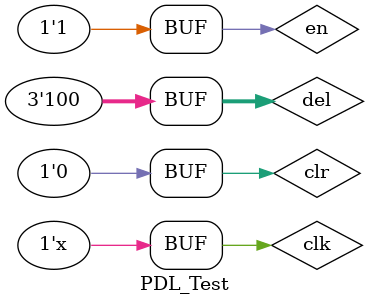
<source format=v>
`timescale 1ns / 1ps

module PDL_Test;

	// Inputs
	reg en;
	reg clr;
	reg clk;
	reg [2:0] del;

	// Outputs
	wire z;

	// Instantiate the Unit Under Test (UUT)
	PDL uut ( 
		.en(en), 
		.clr(clr), 
		.clk(clk), 
		.del(del), 
		.z(z)
	);

	initial begin
		// Initialize Inputs
		del = 3'b010;
		clk = 0;
		clr = 0;
		en = 0;

      
        #100
        en = 1;
		  del = 3'b001;
		  
		  #100
        en = 1;
		  del = 3'b100;
		
		// Wait 100 ns for global reset to finish
        
	end
	
	always
	#100 clk = ~clk;
	
      
endmodule
</source>
